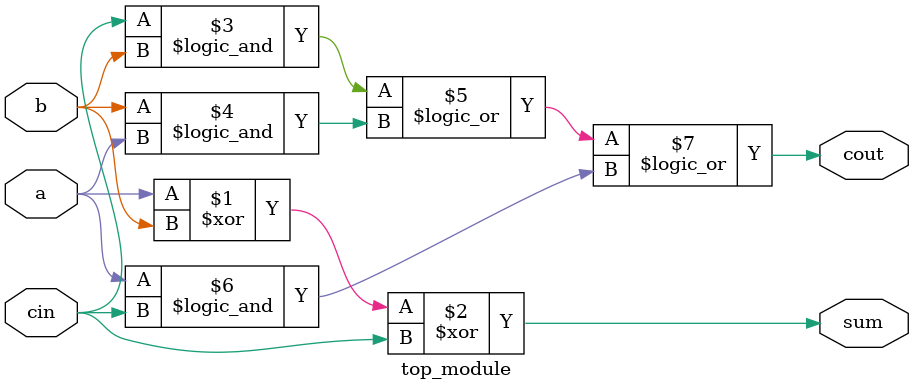
<source format=sv>
module top_module( 
    input a, b, cin,
    output cout, sum );
	assign sum = a ^ b ^ cin;
    assign cout = (cin && b) || (b && a) || (a && cin);
endmodule
</source>
